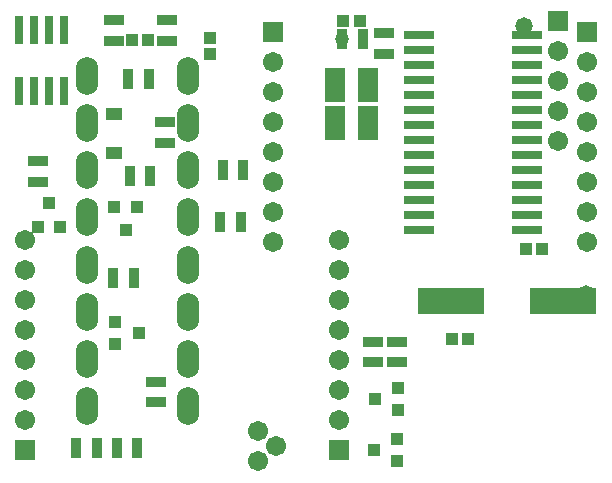
<source format=gbs>
%FSLAX24Y24*%
%MOIN*%
G70*
G01*
G75*
G04 Layer_Color=16711935*
%ADD10R,0.0118X0.0295*%
%ADD11R,0.0236X0.0886*%
%ADD12R,0.0591X0.0295*%
%ADD13R,0.0295X0.0591*%
%ADD14R,0.0354X0.0315*%
%ADD15R,0.0315X0.0354*%
%ADD16R,0.0433X0.0492*%
%ADD17R,0.0492X0.0433*%
%ADD18R,0.0480X0.0358*%
%ADD19R,0.0358X0.0480*%
%ADD20R,0.0906X0.0906*%
%ADD21R,0.0354X0.0315*%
%ADD22R,0.0197X0.0236*%
%ADD23R,0.0236X0.0197*%
%ADD24R,0.0827X0.0315*%
%ADD25R,0.0984X0.0315*%
%ADD26R,0.0315X0.0354*%
%ADD27R,0.0886X0.0236*%
%ADD28C,0.0335*%
%ADD29R,0.0846X0.0335*%
%ADD30R,0.0335X0.0846*%
%ADD31C,0.0197*%
%ADD32C,0.0118*%
%ADD33C,0.0157*%
%ADD34C,0.0177*%
%ADD35C,0.0138*%
%ADD36C,0.0591*%
%ADD37R,0.0591X0.0591*%
%ADD38O,0.0669X0.1181*%
%ADD39C,0.0500*%
%ADD40C,0.0394*%
%ADD41R,0.0630X0.1063*%
%ADD42R,0.2165X0.0827*%
%ADD43R,0.0906X0.0236*%
%ADD44C,0.0100*%
%ADD45C,0.0098*%
%ADD46C,0.0236*%
%ADD47C,0.0394*%
%ADD48C,0.0039*%
%ADD49C,0.0079*%
%ADD50C,0.0150*%
%ADD51C,0.0050*%
%ADD52C,0.0070*%
%ADD53C,0.0069*%
%ADD54R,0.0198X0.0375*%
%ADD55R,0.0316X0.0966*%
%ADD56R,0.0671X0.0375*%
%ADD57R,0.0375X0.0671*%
%ADD58R,0.0434X0.0395*%
%ADD59R,0.0395X0.0434*%
%ADD60R,0.0513X0.0572*%
%ADD61R,0.0572X0.0513*%
%ADD62R,0.0560X0.0438*%
%ADD63R,0.0438X0.0560*%
%ADD64R,0.0986X0.0986*%
%ADD65R,0.0434X0.0395*%
%ADD66R,0.0277X0.0316*%
%ADD67R,0.0316X0.0277*%
%ADD68R,0.0907X0.0395*%
%ADD69R,0.1064X0.0395*%
%ADD70R,0.0395X0.0434*%
%ADD71R,0.0966X0.0316*%
%ADD72C,0.0415*%
%ADD73R,0.0926X0.0415*%
%ADD74R,0.0415X0.0926*%
%ADD75C,0.0671*%
%ADD76R,0.0671X0.0671*%
%ADD77O,0.0749X0.1261*%
%ADD78C,0.0580*%
%ADD79R,0.0710X0.1143*%
%ADD80R,0.2245X0.0907*%
%ADD81R,0.0986X0.0316*%
%ADD82C,0.0474*%
D55*
X2089Y12992D02*
D03*
X1589D02*
D03*
X1089D02*
D03*
X589D02*
D03*
X2089Y15039D02*
D03*
X1589D02*
D03*
X1089D02*
D03*
X589D02*
D03*
D56*
X5512Y14656D02*
D03*
Y15344D02*
D03*
X3740Y14656D02*
D03*
Y15344D02*
D03*
X12756Y14911D02*
D03*
Y14222D02*
D03*
X13189Y3947D02*
D03*
Y4636D02*
D03*
X5157Y2608D02*
D03*
Y3297D02*
D03*
X1220Y10659D02*
D03*
Y9970D02*
D03*
X5433Y11959D02*
D03*
Y11270D02*
D03*
X12362Y3947D02*
D03*
Y4636D02*
D03*
D57*
X11348Y14724D02*
D03*
X12037D02*
D03*
X4518Y1102D02*
D03*
X3829D02*
D03*
X3179D02*
D03*
X2490D02*
D03*
X4222Y13386D02*
D03*
X4911D02*
D03*
X4400Y6772D02*
D03*
X3711D02*
D03*
X4951Y10157D02*
D03*
X4262D02*
D03*
X7372Y10354D02*
D03*
X8061D02*
D03*
X7982Y8622D02*
D03*
X7293D02*
D03*
D58*
X13189Y1398D02*
D03*
Y650D02*
D03*
X12402Y1024D02*
D03*
X3780Y4547D02*
D03*
Y5295D02*
D03*
X4567Y4921D02*
D03*
X13228Y3091D02*
D03*
Y2343D02*
D03*
X12441Y2717D02*
D03*
D59*
X3760Y9134D02*
D03*
X4508D02*
D03*
X4134Y8346D02*
D03*
X1949Y8465D02*
D03*
X1201D02*
D03*
X1575Y9252D02*
D03*
D62*
X3740Y12219D02*
D03*
Y10931D02*
D03*
D65*
X6929Y14764D02*
D03*
Y14213D02*
D03*
D70*
X4882Y14685D02*
D03*
X4331D02*
D03*
X15000Y4724D02*
D03*
X15551D02*
D03*
X18021Y7717D02*
D03*
X17469D02*
D03*
X11929Y15315D02*
D03*
X11378D02*
D03*
D75*
X8553Y1642D02*
D03*
X9154Y1161D02*
D03*
X8553Y642D02*
D03*
X18543Y11315D02*
D03*
Y12315D02*
D03*
Y13315D02*
D03*
Y14315D02*
D03*
X11260Y8024D02*
D03*
Y7024D02*
D03*
Y6024D02*
D03*
Y5024D02*
D03*
Y4024D02*
D03*
Y3024D02*
D03*
Y2024D02*
D03*
X19528Y7961D02*
D03*
Y8961D02*
D03*
Y9961D02*
D03*
Y10961D02*
D03*
Y11961D02*
D03*
Y12961D02*
D03*
Y13961D02*
D03*
X787Y8024D02*
D03*
Y7024D02*
D03*
Y6024D02*
D03*
Y5024D02*
D03*
Y4024D02*
D03*
Y3024D02*
D03*
Y2024D02*
D03*
X9055Y7961D02*
D03*
Y8961D02*
D03*
Y9961D02*
D03*
Y10961D02*
D03*
Y11961D02*
D03*
Y12961D02*
D03*
Y13961D02*
D03*
D76*
X18543Y15315D02*
D03*
X11260Y1024D02*
D03*
X19528Y14961D02*
D03*
X787Y1024D02*
D03*
X9055Y14961D02*
D03*
D77*
X6220Y13504D02*
D03*
Y11929D02*
D03*
Y10354D02*
D03*
Y8780D02*
D03*
Y7205D02*
D03*
Y5630D02*
D03*
Y4055D02*
D03*
Y2480D02*
D03*
X2835Y13504D02*
D03*
Y11929D02*
D03*
Y10354D02*
D03*
Y8780D02*
D03*
Y7205D02*
D03*
Y5630D02*
D03*
Y4055D02*
D03*
Y2480D02*
D03*
D78*
X17402Y15157D02*
D03*
X15000Y6063D02*
D03*
X19488Y6220D02*
D03*
D79*
X12205Y13189D02*
D03*
X11102D02*
D03*
X12205Y11929D02*
D03*
X11102D02*
D03*
D80*
X14980Y5984D02*
D03*
X18720D02*
D03*
D81*
X17510Y14864D02*
D03*
Y14364D02*
D03*
Y13864D02*
D03*
Y13364D02*
D03*
Y12864D02*
D03*
Y12364D02*
D03*
Y11864D02*
D03*
Y11364D02*
D03*
Y10864D02*
D03*
Y10364D02*
D03*
Y9864D02*
D03*
Y9364D02*
D03*
Y8864D02*
D03*
Y8364D02*
D03*
X13907Y14864D02*
D03*
Y14364D02*
D03*
Y13864D02*
D03*
Y13364D02*
D03*
Y12864D02*
D03*
Y12364D02*
D03*
Y11864D02*
D03*
Y11364D02*
D03*
Y10864D02*
D03*
Y10364D02*
D03*
Y9864D02*
D03*
Y9364D02*
D03*
Y8864D02*
D03*
Y8364D02*
D03*
D82*
X11348Y14724D02*
D03*
M02*

</source>
